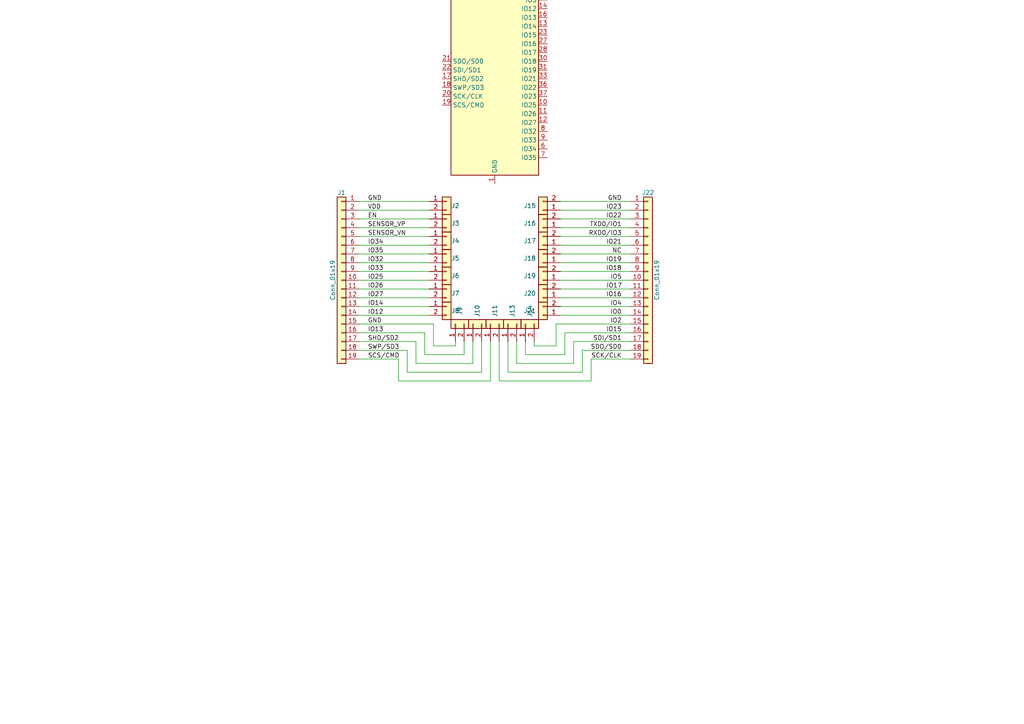
<source format=kicad_sch>
(kicad_sch (version 20230121) (generator eeschema)
  (paper "A4")
  (lib_symbols
    (symbol "Connector_Generic:Conn_01x02" (pin_names (offset 1.016) hide)
      (property "Reference" "J" (at 0 2.54 0))
      (property "Value" "Conn_01x02" (at 0 -5.08 0))
      (symbol "Conn_01x02_1_1"
        (rectangle (start -1.27 -2.413) (end 0 -2.667) (stroke (width 0.1524)))
        (rectangle (start -1.27 0.127) (end 0 -0.127) (stroke (width 0.1524)))
        (rectangle (start -1.27 1.27) (end 1.27 -3.81) (stroke (width 0.254)) (fill (type background)))
        (pin passive line (at -5.08 0 0) (length 3.81) (name "Pin_1") (number "1"))
        (pin passive line (at -5.08 -2.54 0) (length 3.81) (name "Pin_2") (number "2"))
      )
    )
    (symbol "Connector_Generic:Conn_01x19" (pin_names (offset 1.016) hide)
      (property "Reference" "J" (at 0 25.4 0))
      (property "Value" "Conn_01x19" (at 0 -25.4 0))
      (symbol "Conn_01x19_1_1"
        (rectangle (start -1.27 -22.733) (end 0 -22.987) (stroke (width 0.1524)))
        (rectangle (start -1.27 -20.193) (end 0 -20.447) (stroke (width 0.1524)))
        (rectangle (start -1.27 -17.653) (end 0 -17.907) (stroke (width 0.1524)))
        (rectangle (start -1.27 -15.113) (end 0 -15.367) (stroke (width 0.1524)))
        (rectangle (start -1.27 -12.573) (end 0 -12.827) (stroke (width 0.1524)))
        (rectangle (start -1.27 -10.033) (end 0 -10.287) (stroke (width 0.1524)))
        (rectangle (start -1.27 -7.493) (end 0 -7.747) (stroke (width 0.1524)))
        (rectangle (start -1.27 -4.953) (end 0 -5.207) (stroke (width 0.1524)))
        (rectangle (start -1.27 -2.413) (end 0 -2.667) (stroke (width 0.1524)))
        (rectangle (start -1.27 0.127) (end 0 -0.127) (stroke (width 0.1524)))
        (rectangle (start -1.27 2.667) (end 0 2.413) (stroke (width 0.1524)))
        (rectangle (start -1.27 5.207) (end 0 4.953) (stroke (width 0.1524)))
        (rectangle (start -1.27 7.747) (end 0 7.493) (stroke (width 0.1524)))
        (rectangle (start -1.27 10.287) (end 0 10.033) (stroke (width 0.1524)))
        (rectangle (start -1.27 12.827) (end 0 12.573) (stroke (width 0.1524)))
        (rectangle (start -1.27 15.367) (end 0 15.113) (stroke (width 0.1524)))
        (rectangle (start -1.27 17.907) (end 0 17.653) (stroke (width 0.1524)))
        (rectangle (start -1.27 20.447) (end 0 20.193) (stroke (width 0.1524)))
        (rectangle (start -1.27 22.987) (end 0 22.733) (stroke (width 0.1524)))
        (rectangle (start -1.27 24.13) (end 1.27 -24.13) (stroke (width 0.254)) (fill (type background)))
        (pin passive line (at -5.08 22.86 0) (length 3.81) (name "Pin_1") (number "1"))
        (pin passive line (at -5.08 0 0) (length 3.81) (name "Pin_10") (number "10"))
        (pin passive line (at -5.08 -2.54 0) (length 3.81) (name "Pin_11") (number "11"))
        (pin passive line (at -5.08 -5.08 0) (length 3.81) (name "Pin_12") (number "12"))
        (pin passive line (at -5.08 -7.62 0) (length 3.81) (name "Pin_13") (number "13"))
        (pin passive line (at -5.08 -10.16 0) (length 3.81) (name "Pin_14") (number "14"))
        (pin passive line (at -5.08 -12.7 0) (length 3.81) (name "Pin_15") (number "15"))
        (pin passive line (at -5.08 -15.24 0) (length 3.81) (name "Pin_16") (number "16"))
        (pin passive line (at -5.08 -17.78 0) (length 3.81) (name "Pin_17") (number "17"))
        (pin passive line (at -5.08 -20.32 0) (length 3.81) (name "Pin_18") (number "18"))
        (pin passive line (at -5.08 -22.86 0) (length 3.81) (name "Pin_19") (number "19"))
        (pin passive line (at -5.08 20.32 0) (length 3.81) (name "Pin_2") (number "2"))
        (pin passive line (at -5.08 17.78 0) (length 3.81) (name "Pin_3") (number "3"))
        (pin passive line (at -5.08 15.24 0) (length 3.81) (name "Pin_4") (number "4"))
        (pin passive line (at -5.08 12.7 0) (length 3.81) (name "Pin_5") (number "5"))
        (pin passive line (at -5.08 10.16 0) (length 3.81) (name "Pin_6") (number "6"))
        (pin passive line (at -5.08 7.62 0) (length 3.81) (name "Pin_7") (number "7"))
        (pin passive line (at -5.08 5.08 0) (length 3.81) (name "Pin_8") (number "8"))
        (pin passive line (at -5.08 2.54 0) (length 3.81) (name "Pin_9") (number "9"))
      )
    )
    (symbol "RF_Module:ESP32-WROOM-32"
      (property "Reference" "U" (at -12.7 34.29 0))
      (property "Value" "ESP32-WROOM-32" (at 1.27 34.29 0))
      (symbol "ESP32-WROOM-32_0_1"
        (rectangle (start -12.7 33.02) (end 12.7 -33.02) (stroke (width 0.254)) (fill (type background)))
      )
      (symbol "ESP32-WROOM-32_1_1"
        (pin power_in line (at 0 -35.56 90) (length 2.54) (name "GND") (number "1"))
        (pin bidirectional line (at 15.24 -12.7 180) (length 2.54) (name "IO25") (number "10"))
        (pin bidirectional line (at 15.24 -15.24 180) (length 2.54) (name "IO26") (number "11"))
        (pin bidirectional line (at 15.24 -17.78 180) (length 2.54) (name "IO27") (number "12"))
        (pin bidirectional line (at 15.24 10.16 180) (length 2.54) (name "IO14") (number "13"))
        (pin bidirectional line (at 15.24 15.24 180) (length 2.54) (name "IO12") (number "14"))
        (pin passive line (at 0 -35.56 90) (length 2.54) hide (name "GND") (number "15"))
        (pin bidirectional line (at 15.24 12.7 180) (length 2.54) (name "IO13") (number "16"))
        (pin bidirectional line (at -15.24 -5.08 0) (length 2.54) (name "SHD/SD2") (number "17"))
        (pin bidirectional line (at -15.24 -7.62 0) (length 2.54) (name "SWP/SD3") (number "18"))
        (pin bidirectional line (at -15.24 -12.7 0) (length 2.54) (name "SCS/CMD") (number "19"))
        (pin power_in line (at 0 35.56 270) (length 2.54) (name "VDD") (number "2"))
        (pin bidirectional line (at -15.24 -10.16 0) (length 2.54) (name "SCK/CLK") (number "20"))
        (pin bidirectional line (at -15.24 0 0) (length 2.54) (name "SDO/SD0") (number "21"))
        (pin bidirectional line (at -15.24 -2.54 0) (length 2.54) (name "SDI/SD1") (number "22"))
        (pin bidirectional line (at 15.24 7.62 180) (length 2.54) (name "IO15") (number "23"))
        (pin bidirectional line (at 15.24 25.4 180) (length 2.54) (name "IO2") (number "24"))
        (pin bidirectional line (at 15.24 30.48 180) (length 2.54) (name "IO0") (number "25"))
        (pin bidirectional line (at 15.24 20.32 180) (length 2.54) (name "IO4") (number "26"))
        (pin bidirectional line (at 15.24 5.08 180) (length 2.54) (name "IO16") (number "27"))
        (pin bidirectional line (at 15.24 2.54 180) (length 2.54) (name "IO17") (number "28"))
        (pin bidirectional line (at 15.24 17.78 180) (length 2.54) (name "IO5") (number "29"))
        (pin input line (at -15.24 30.48 0) (length 2.54) (name "EN") (number "3"))
        (pin bidirectional line (at 15.24 0 180) (length 2.54) (name "IO18") (number "30"))
        (pin bidirectional line (at 15.24 -2.54 180) (length 2.54) (name "IO19") (number "31"))
        (pin no_connect line (at -12.7 -27.94 0) (length 2.54) hide (name "NC") (number "32"))
        (pin bidirectional line (at 15.24 -5.08 180) (length 2.54) (name "IO21") (number "33"))
        (pin bidirectional line (at 15.24 22.86 180) (length 2.54) (name "RXD0/IO3") (number "34"))
        (pin bidirectional line (at 15.24 27.94 180) (length 2.54) (name "TXD0/IO1") (number "35"))
        (pin bidirectional line (at 15.24 -7.62 180) (length 2.54) (name "IO22") (number "36"))
        (pin bidirectional line (at 15.24 -10.16 180) (length 2.54) (name "IO23") (number "37"))
        (pin passive line (at 0 -35.56 90) (length 2.54) hide (name "GND") (number "38"))
        (pin passive line (at 0 -35.56 90) (length 2.54) hide (name "GND") (number "39"))
        (pin input line (at -15.24 25.4 0) (length 2.54) (name "SENSOR_VP") (number "4"))
        (pin input line (at -15.24 22.86 0) (length 2.54) (name "SENSOR_VN") (number "5"))
        (pin input line (at 15.24 -25.4 180) (length 2.54) (name "IO34") (number "6"))
        (pin input line (at 15.24 -27.94 180) (length 2.54) (name "IO35") (number "7"))
        (pin bidirectional line (at 15.24 -20.32 180) (length 2.54) (name "IO32") (number "8"))
        (pin bidirectional line (at 15.24 -22.86 180) (length 2.54) (name "IO33") (number "9"))
      )
    )
  )
  (wire (pts (xy 115.57 104.14) (xy 115.57 110.49)))
  (wire (pts (xy 137.16 105.41) (xy 137.16 99.06)))
  (wire (pts (xy 124.46 58.42) (xy 104.14 58.42)))
  (wire (pts (xy 171.45 110.49) (xy 144.78 110.49)))
  (wire (pts (xy 104.14 104.14) (xy 115.57 104.14)))
  (wire (pts (xy 182.88 91.44) (xy 162.56 91.44)))
  (wire (pts (xy 149.86 105.41) (xy 149.86 99.06)))
  (wire (pts (xy 182.88 76.2) (xy 162.56 76.2)))
  (wire (pts (xy 124.46 88.9) (xy 104.14 88.9)))
  (wire (pts (xy 152.4 99.06) (xy 152.4 102.87)))
  (wire (pts (xy 104.14 93.98) (xy 125.73 93.98)))
  (wire (pts (xy 168.91 107.95) (xy 147.32 107.95)))
  (wire (pts (xy 124.46 63.5) (xy 104.14 63.5)))
  (wire (pts (xy 124.46 68.58) (xy 104.14 68.58)))
  (wire (pts (xy 125.73 100.33) (xy 132.08 100.33)))
  (wire (pts (xy 124.46 83.82) (xy 104.14 83.82)))
  (wire (pts (xy 123.19 102.87) (xy 134.62 102.87)))
  (wire (pts (xy 182.88 93.98) (xy 161.29 93.98)))
  (wire (pts (xy 124.46 81.28) (xy 104.14 81.28)))
  (wire (pts (xy 104.14 91.44) (xy 124.46 91.44)))
  (wire (pts (xy 166.37 99.06) (xy 166.37 105.41)))
  (wire (pts (xy 124.46 86.36) (xy 104.14 86.36)))
  (wire (pts (xy 104.14 96.52) (xy 123.19 96.52)))
  (wire (pts (xy 142.24 99.06) (xy 142.24 110.49)))
  (wire (pts (xy 125.73 93.98) (xy 125.73 100.33)))
  (wire (pts (xy 124.46 76.2) (xy 104.14 76.2)))
  (wire (pts (xy 124.46 66.04) (xy 104.14 66.04)))
  (wire (pts (xy 171.45 104.14) (xy 171.45 110.49)))
  (wire (pts (xy 182.88 86.36) (xy 162.56 86.36)))
  (wire (pts (xy 182.88 58.42) (xy 162.56 58.42)))
  (wire (pts (xy 182.88 71.12) (xy 162.56 71.12)))
  (wire (pts (xy 118.11 107.95) (xy 139.7 107.95)))
  (wire (pts (xy 132.08 99.06) (xy 132.08 100.33)))
  (wire (pts (xy 124.46 78.74) (xy 104.14 78.74)))
  (wire (pts (xy 124.46 71.12) (xy 104.14 71.12)))
  (wire (pts (xy 120.65 99.06) (xy 120.65 105.41)))
  (wire (pts (xy 154.94 99.06) (xy 154.94 100.33)))
  (wire (pts (xy 182.88 66.04) (xy 162.56 66.04)))
  (wire (pts (xy 163.83 102.87) (xy 152.4 102.87)))
  (wire (pts (xy 182.88 73.66) (xy 162.56 73.66)))
  (wire (pts (xy 147.32 107.95) (xy 147.32 99.06)))
  (wire (pts (xy 182.88 83.82) (xy 162.56 83.82)))
  (wire (pts (xy 182.88 68.58) (xy 162.56 68.58)))
  (wire (pts (xy 144.78 99.06) (xy 144.78 110.49)))
  (wire (pts (xy 182.88 78.74) (xy 162.56 78.74)))
  (wire (pts (xy 139.7 107.95) (xy 139.7 99.06)))
  (wire (pts (xy 182.88 60.96) (xy 162.56 60.96)))
  (wire (pts (xy 118.11 101.6) (xy 118.11 107.95)))
  (wire (pts (xy 161.29 93.98) (xy 161.29 100.33)))
  (wire (pts (xy 168.91 101.6) (xy 168.91 107.95)))
  (wire (pts (xy 166.37 105.41) (xy 149.86 105.41)))
  (wire (pts (xy 104.14 99.06) (xy 120.65 99.06)))
  (wire (pts (xy 163.83 96.52) (xy 163.83 102.87)))
  (wire (pts (xy 120.65 105.41) (xy 137.16 105.41)))
  (wire (pts (xy 182.88 88.9) (xy 162.56 88.9)))
  (wire (pts (xy 182.88 101.6) (xy 168.91 101.6)))
  (wire (pts (xy 104.14 101.6) (xy 118.11 101.6)))
  (wire (pts (xy 115.57 110.49) (xy 142.24 110.49)))
  (wire (pts (xy 182.88 81.28) (xy 162.56 81.28)))
  (wire (pts (xy 134.62 99.06) (xy 134.62 102.87)))
  (wire (pts (xy 124.46 73.66) (xy 104.14 73.66)))
  (wire (pts (xy 123.19 96.52) (xy 123.19 102.87)))
  (wire (pts (xy 182.88 63.5) (xy 162.56 63.5)))
  (wire (pts (xy 182.88 104.14) (xy 171.45 104.14)))
  (wire (pts (xy 182.88 96.52) (xy 163.83 96.52)))
  (wire (pts (xy 182.88 99.06) (xy 166.37 99.06)))
  (wire (pts (xy 161.29 100.33) (xy 154.94 100.33)))
  (wire (pts (xy 124.46 60.96) (xy 104.14 60.96)))
  (label "IO0" (at 180.34 91.44 180))
  (label "GND" (at 106.68 93.98 0))
  (label "IO22" (at 180.34 63.5 180))
  (label "IO4" (at 180.34 88.9 180))
  (label "SCK{slash}CLK" (at 180.34 104.14 180))
  (label "NC" (at 180.34 73.66 180))
  (label "IO12" (at 106.68 91.44 0))
  (label "RXD0{slash}IO3" (at 180.34 68.58 180))
  (label "IO13" (at 106.68 96.52 0))
  (label "SENSOR_VN" (at 106.68 68.58 0))
  (label "EN" (at 106.68 63.5 0))
  (label "GND" (at 106.68 58.42 0))
  (label "IO23" (at 180.34 60.96 180))
  (label "IO17" (at 180.4154 83.8423 180))
  (label "IO14" (at 106.68 88.9 0))
  (label "IO19" (at 180.34 76.2 180))
  (label "SWP{slash}SD3" (at 106.68 101.6 0))
  (label "IO5" (at 180.34 81.28 180))
  (label "SHD{slash}SD2" (at 106.68 99.06 0))
  (label "IO2" (at 180.34 93.98 180))
  (label "TXD0{slash}IO1" (at 180.34 66.04 180))
  (label "IO26" (at 106.68 83.82 0))
  (label "VDD" (at 106.68 60.96 0))
  (label "GND" (at 180.34 58.42 180))
  (label "IO18" (at 180.34 78.74 180))
  (label "IO35" (at 106.68 73.66 0))
  (label "IO25" (at 106.68 81.28 0))
  (label "IO34" (at 106.68 71.12 0))
  (label "SENSOR_VP" (at 106.68 66.04 0))
  (label "IO32" (at 106.68 76.2 0))
  (label "SDO{slash}SD0" (at 180.34 101.6 180))
  (label "IO16" (at 180.34 86.36 180))
  (label "IO27" (at 106.68 86.36 0))
  (label "SDI{slash}SD1" (at 180.34 99.06 180))
  (label "IO15" (at 180.34 96.52 180))
  (label "IO33" (at 106.68 78.74 0))
  (label "IO21" (at 180.34 71.12 180))
  (label "SCS{slash}CMD" (at 106.68 104.14 0))
  (symbol (lib_id "Connector_Generic:Conn_01x02") (at 129.54 78.74 0) (unit 1)
    (property "Reference" "J6" (at 132.08 80.01 0))
    (property "Value" "Conn_01x02" (effects hide))
    (property "Footprint" "FlexyPin:FlexyPin_1x02_P1.27mm" (effects hide))
  )
  (symbol (lib_id "Connector_Generic:Conn_01x02") (at 132.08 93.98 90) (unit 1)
    (property "Reference" "J9" (at 133.35 90.17 0))
    (property "Value" "Conn_01x02" (effects hide))
    (property "Footprint" "FlexyPin:FlexyPin_1x02_P1.27mm" (effects hide))
  )
  (symbol (lib_id "Connector_Generic:Conn_01x19") (at 187.96 81.28 0) (unit 1)
    (property "Reference" "J22" (at 187.96 55.88 0))
    (property "Value" "Conn_01x19" (at 190.5 81.28 90))
    (property "Footprint" "Connector_PinHeader_2.54mm:PinHeader_1x19_P2.54mm_Vertical" (effects hide))
  )
  (symbol (lib_id "RF_Module:ESP32-WROOM-32") (at 143.51 17.78 0) (unit 1)
    (property "Reference" "U1" (at 145.5294 -19.05 0) (effects (justify left)))
    (property "Value" "ESP32-WROOM-32" (at 145.5294 -16.51 0) (effects (justify left)))
    (property "Footprint" "RF_Module:ESP32-WROOM-32" (effects hide))
    (property "Datasheet" "https://www.espressif.com/sites/default/files/documentation/esp32-wroom-32_datasheet_en.pdf" (effects hide))
  )
  (symbol (lib_id "Connector_Generic:Conn_01x02") (at 157.48 86.36 180) (unit 1)
    (property "Reference" "J20" (at 153.67 85.09 0))
    (property "Value" "Conn_01x02" (effects hide))
    (property "Footprint" "FlexyPin:FlexyPin_1x02_P1.27mm" (effects hide))
  )
  (symbol (lib_id "Connector_Generic:Conn_01x02") (at 129.54 63.5 0) (unit 1)
    (property "Reference" "J3" (at 132.08 64.77 0))
    (property "Value" "Conn_01x02" (effects hide))
    (property "Footprint" "FlexyPin:FlexyPin_1x02_P1.27mm" (effects hide))
  )
  (symbol (lib_id "Connector_Generic:Conn_01x02") (at 129.54 88.9 0) (unit 1)
    (property "Reference" "J8" (at 132.08 90.17 0))
    (property "Value" "Conn_01x02" (effects hide))
    (property "Footprint" "FlexyPin:FlexyPin_1x02_P1.27mm" (effects hide))
  )
  (symbol (lib_id "Connector_Generic:Conn_01x02") (at 142.24 93.98 90) (unit 1)
    (property "Reference" "J11" (at 143.51 90.17 0))
    (property "Value" "Conn_01x02" (effects hide))
    (property "Footprint" "FlexyPin:FlexyPin_1x02_P1.27mm" (effects hide))
  )
  (symbol (lib_id "Connector_Generic:Conn_01x02") (at 152.4 93.98 90) (unit 1)
    (property "Reference" "J14" (at 153.67 90.17 0))
    (property "Value" "Conn_01x02" (effects hide))
    (property "Footprint" "FlexyPin:FlexyPin_1x02_P1.27mm" (effects hide))
  )
  (symbol (lib_id "Connector_Generic:Conn_01x02") (at 137.16 93.98 90) (unit 1)
    (property "Reference" "J10" (at 138.43 90.17 0))
    (property "Value" "Conn_01x02" (effects hide))
    (property "Footprint" "FlexyPin:FlexyPin_1x02_P1.27mm" (effects hide))
  )
  (symbol (lib_id "Connector_Generic:Conn_01x02") (at 157.48 81.28 180) (unit 1)
    (property "Reference" "J19" (at 153.67 80.01 0))
    (property "Value" "Conn_01x02" (effects hide))
    (property "Footprint" "FlexyPin:FlexyPin_1x02_P1.27mm" (effects hide))
  )
  (symbol (lib_id "Connector_Generic:Conn_01x02") (at 129.54 68.58 0) (unit 1)
    (property "Reference" "J4" (at 132.08 69.85 0))
    (property "Value" "Conn_01x02" (effects hide))
    (property "Footprint" "FlexyPin:FlexyPin_1x02_P1.27mm" (effects hide))
  )
  (symbol (lib_id "Connector_Generic:Conn_01x02") (at 157.48 91.44 180) (unit 1)
    (property "Reference" "J21" (at 153.67 90.17 0))
    (property "Value" "Conn_01x02" (effects hide))
    (property "Footprint" "FlexyPin:FlexyPin_1x02_P1.27mm" (effects hide))
  )
  (symbol (lib_id "Connector_Generic:Conn_01x19") (at 99.06 81.28 0) (mirror y) (unit 1)
    (property "Reference" "J1" (at 99.06 55.88 0))
    (property "Value" "Conn_01x19" (at 96.52 81.28 90))
    (property "Footprint" "Connector_PinHeader_2.54mm:PinHeader_1x19_P2.54mm_Vertical" (effects hide))
  )
  (symbol (lib_id "Connector_Generic:Conn_01x02") (at 157.48 76.2 180) (unit 1)
    (property "Reference" "J18" (at 153.67 74.93 0))
    (property "Value" "Conn_01x02" (effects hide))
    (property "Footprint" "FlexyPin:FlexyPin_1x02_P1.27mm" (effects hide))
  )
  (symbol (lib_id "Connector_Generic:Conn_01x02") (at 129.54 83.82 0) (unit 1)
    (property "Reference" "J7" (at 132.08 85.09 0))
    (property "Value" "Conn_01x02" (effects hide))
    (property "Footprint" "FlexyPin:FlexyPin_1x02_P1.27mm" (effects hide))
  )
  (symbol (lib_id "Connector_Generic:Conn_01x02") (at 129.54 73.66 0) (unit 1)
    (property "Reference" "J5" (at 132.08 74.93 0))
    (property "Value" "Conn_01x02" (effects hide))
    (property "Footprint" "FlexyPin:FlexyPin_1x02_P1.27mm" (effects hide))
  )
  (symbol (lib_id "Connector_Generic:Conn_01x02") (at 157.48 71.12 180) (unit 1)
    (property "Reference" "J17" (at 153.67 69.85 0))
    (property "Value" "Conn_01x02" (effects hide))
    (property "Footprint" "FlexyPin:FlexyPin_1x02_P1.27mm" (effects hide))
  )
  (symbol (lib_id "Connector_Generic:Conn_01x02") (at 157.48 60.96 180) (unit 1)
    (property "Reference" "J15" (at 153.67 59.69 0))
    (property "Value" "Conn_01x02" (effects hide))
    (property "Footprint" "FlexyPin:FlexyPin_1x02_P1.27mm" (effects hide))
  )
  (symbol (lib_id "Connector_Generic:Conn_01x02") (at 157.48 66.04 180) (unit 1)
    (property "Reference" "J16" (at 153.67 64.77 0))
    (property "Value" "Conn_01x02" (effects hide))
    (property "Footprint" "FlexyPin:FlexyPin_1x02_P1.27mm" (effects hide))
  )
  (symbol (lib_id "Connector_Generic:Conn_01x02") (at 147.32 93.98 90) (unit 1)
    (property "Reference" "J13" (at 148.59 90.17 0))
    (property "Value" "Conn_01x02" (effects hide))
    (property "Footprint" "FlexyPin:FlexyPin_1x02_P1.27mm" (effects hide))
  )
  (symbol (lib_id "Connector_Generic:Conn_01x02") (at 129.54 58.42 0) (unit 1)
    (property "Reference" "J2" (at 132.08 59.69 0))
    (property "Value" "Conn_01x02" (effects hide))
    (property "Footprint" "FlexyPin:FlexyPin_1x02_P1.27mm" (effects hide))
  )
)
</source>
